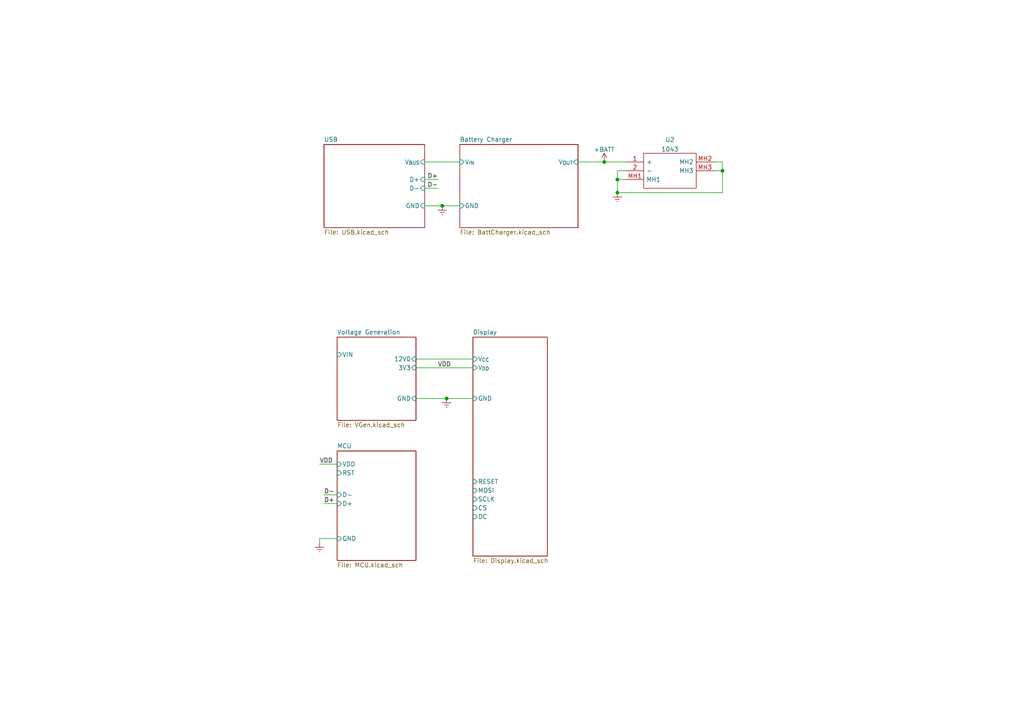
<source format=kicad_sch>
(kicad_sch (version 20211123) (generator eeschema)
  (paper "A4")
  (lib_symbols
    (symbol "SamacSys_Parts:1043" (pin_names (offset 0.762))
      (property "Reference" "U" (at 21.59 7.62 0))
      (property "Value" "1043" (at 21.59 5.08 0))
      (symbol "1043_0_0"
        (pin passive line (at 0 0 0) (length 5.08) (name "+") (number "1"))
        (pin passive line (at 0 -2.54 0) (length 5.08) (name "-") (number "2"))
        (pin passive line (at 0 -5.08 0) (length 5.08) (name "MH1") (number "MH1"))
        (pin passive line (at 25.4 0 180) (length 5.08) (name "MH2") (number "MH2"))
        (pin passive line (at 25.4 -2.54 180) (length 5.08) (name "MH3") (number "MH3"))
      )
      (symbol "1043_0_1"
        (polyline (pts (xy 5.08 2.54) (xy 20.32 2.54) (xy 20.32 -7.62) (xy 5.08 -7.62) (xy 5.08 2.54)) (stroke (width 0.1524)))
      )
    )
    (symbol "power:+BATT" (power) (pin_names (offset 0))
      (property "Value" "+BATT" (at 0 3.556 0))
      (symbol "+BATT_0_1"
        (polyline (pts (xy -0.762 1.27) (xy 0 2.54)))
        (polyline (pts (xy 0 0) (xy 0 2.54)))
        (polyline (pts (xy 0 2.54) (xy 0.762 1.27)))
      )
      (symbol "+BATT_1_1"
        (pin power_in line (at 0 0 90) (length 0) hide (name "+BATT") (number "1"))
      )
    )
    (symbol "power:Earth" (power) (pin_names (offset 0))
      (symbol "Earth_0_1"
        (polyline (pts (xy -0.635 -1.905) (xy 0.635 -1.905)))
        (polyline (pts (xy -0.127 -2.54) (xy 0.127 -2.54)))
        (polyline (pts (xy 0 -1.27) (xy 0 0)))
        (polyline (pts (xy 1.27 -1.27) (xy -1.27 -1.27)))
      )
      (symbol "Earth_1_1"
        (pin power_in line (at 0 0 270) (length 0) hide (name "Earth") (number "1"))
      )
    )
  )
  (junction (at 179.07 55.88))
  (junction (at 179.07 52.07))
  (junction (at 129.54 115.57))
  (junction (at 175.26 46.99))
  (junction (at 209.55 49.53))
  (junction (at 128.27 59.69))
  (wire (pts (xy 207.01 46.99) (xy 209.55 46.99)))
  (wire (pts (xy 123.19 52.07) (xy 127 52.07)))
  (wire (pts (xy 120.65 104.14) (xy 137.16 104.14)))
  (wire (pts (xy 181.61 52.07) (xy 179.07 52.07)))
  (wire (pts (xy 179.07 49.53) (xy 181.61 49.53)))
  (wire (pts (xy 167.64 46.99) (xy 175.26 46.99)))
  (wire (pts (xy 179.07 55.88) (xy 209.55 55.88)))
  (wire (pts (xy 207.01 49.53) (xy 209.55 49.53)))
  (wire (pts (xy 209.55 46.99) (xy 209.55 49.53)))
  (wire (pts (xy 209.55 49.53) (xy 209.55 55.88)))
  (wire (pts (xy 92.71 134.62) (xy 97.79 134.62)))
  (wire (pts (xy 129.54 115.57) (xy 137.16 115.57)))
  (wire (pts (xy 97.79 156.21) (xy 92.71 156.21)))
  (wire (pts (xy 93.98 143.51) (xy 97.79 143.51)))
  (wire (pts (xy 92.71 156.21) (xy 92.71 157.48)))
  (wire (pts (xy 97.79 146.05) (xy 93.98 146.05)))
  (wire (pts (xy 123.19 46.99) (xy 133.35 46.99)))
  (wire (pts (xy 128.27 59.69) (xy 133.35 59.69)))
  (wire (pts (xy 120.65 106.68) (xy 137.16 106.68)))
  (wire (pts (xy 179.07 55.88) (xy 179.07 52.07)))
  (wire (pts (xy 120.65 115.57) (xy 129.54 115.57)))
  (wire (pts (xy 123.19 59.69) (xy 128.27 59.69)))
  (wire (pts (xy 175.26 46.99) (xy 181.61 46.99)))
  (wire (pts (xy 179.07 52.07) (xy 179.07 49.53)))
  (wire (pts (xy 127 54.61) (xy 123.19 54.61)))
  (label "D+" (at 93.98 146.05 0))
  (label "D-" (at 93.98 143.51 0))
  (label "VDD" (at 92.71 134.62 0))
  (label "D+" (at 127 52.07 180))
  (label "D-" (at 127 54.61 180))
  (label "VDD" (at 127 106.68 0))
  (symbol (lib_id "power:+BATT") (at 175.26 46.99 0) (unit 1)
    (property "Reference" "#PWR0101" (effects hide))
    (property "Value" "+BATT" (at 175.26 43.3855 0))
  )
  (symbol (lib_id "power:Earth") (at 179.07 55.88 0) (unit 1)
    (property "Reference" "#PWR0105" (effects hide))
    (property "Value" "Earth" (effects hide))
  )
  (symbol (lib_id "power:Earth") (at 128.27 59.69 0) (unit 1)
    (property "Reference" "#PWR0102" (effects hide))
    (property "Value" "Earth" (effects hide))
  )
  (symbol (lib_id "power:Earth") (at 92.71 157.48 0) (unit 1)
    (property "Reference" "#PWR0103" (effects hide))
    (property "Value" "Earth" (effects hide))
  )
  (symbol (lib_id "SamacSys_Parts:1043") (at 181.61 46.99 0) (unit 1)
    (property "Reference" "U2" (at 194.31 40.5343 0))
    (property "Value" "1043" (at 194.31 43.3094 0))
    (property "Footprint" "1043" (effects hide))
    (property "Datasheet" "http://www.keyelco.com/product-pdf.cfm?p=919" (effects hide))
    (property "Description" "KEYSTONE - 1043 - BATTERY HOLDER, 18650, TH" (effects hide))
    (property "Height" "14.86" (effects hide))
    (property "Mouser Part Number" "534-1043" (effects hide))
    (property "Mouser Price/Stock" "https://www.mouser.co.uk/ProductDetail/Keystone-Electronics/1043?qs=%2F7TOpeL5Mz6j%2FnxeOA1rsg%3D%3D" (effects hide))
    (property "Manufacturer_Name" "Keystone Electronics" (effects hide))
    (property "Manufacturer_Part_Number" "1043" (effects hide))
  )
  (symbol (lib_id "power:Earth") (at 129.54 115.57 0) (unit 1)
    (property "Reference" "#PWR0104" (effects hide))
    (property "Value" "Earth" (effects hide))
  )
  (sheet (at 133.35 41.91) (size 34.29 24.13) (stroke (width 0.1524))
    (property "Sheet name" "Battery Charger" (at 133.35 41.1984 0) (effects (justify left bottom)))
    (property "Sheet file" "BattCharger.kicad_sch" (at 133.35 66.6246 0) (effects (justify left top)))
    (pin "V_{IN}" input (at 133.35 46.99 180))
    (pin "V_{OUT}" input (at 167.64 46.99 0))
    (pin "GND" input (at 133.35 59.69 180))
  )
  (sheet (at 137.16 97.79) (size 21.59 63.5) (stroke (width 0.1524))
    (property "Sheet name" "Display" (at 137.16 97.0784 0) (effects (justify left bottom)))
    (property "Sheet file" "Display.kicad_sch" (at 137.16 161.8746 0) (effects (justify left top)))
    (pin "V_{DD}" input (at 137.16 106.68 180))
    (pin "GND" input (at 137.16 115.57 180))
    (pin "DC" input (at 137.16 149.86 180))
    (pin "RESET" input (at 137.16 139.7 180))
    (pin "CS" input (at 137.16 147.32 180))
    (pin "SCLK" input (at 137.16 144.78 180))
    (pin "MOSI" input (at 137.16 142.24 180))
    (pin "V_{CC}" input (at 137.16 104.14 180))
  )
  (sheet (at 97.79 130.81) (size 22.86 31.75) (stroke (width 0.1524))
    (property "Sheet name" "MCU" (at 97.79 130.0984 0) (effects (justify left bottom)))
    (property "Sheet file" "MCU.kicad_sch" (at 97.79 163.1446 0) (effects (justify left top)))
    (pin "GND" input (at 97.79 156.21 180))
    (pin "D+" input (at 97.79 146.05 180))
    (pin "D-" input (at 97.79 143.51 180))
    (pin "VDD" input (at 97.79 134.62 180))
    (pin "RST" input (at 97.79 137.16 180))
  )
  (sheet (at 93.98 41.91) (size 29.21 24.13) (stroke (width 0.1524))
    (property "Sheet name" "USB" (at 93.98 41.1984 0) (effects (justify left bottom)))
    (property "Sheet file" "USB.kicad_sch" (at 93.98 66.6246 0) (effects (justify left top)))
    (pin "D+" input (at 123.19 52.07 0))
    (pin "D-" input (at 123.19 54.61 0))
    (pin "V_{BUS}" input (at 123.19 46.99 0))
    (pin "GND" input (at 123.19 59.69 0))
  )
  (sheet (at 97.79 97.79) (size 22.86 24.13) (stroke (width 0.1524))
    (property "Sheet name" "Voltage Generation" (at 97.79 97.0784 0) (effects (justify left bottom)))
    (property "Sheet file" "VGen.kicad_sch" (at 97.79 122.5046 0) (effects (justify left top)))
    (pin "3V3" input (at 120.65 106.68 0))
    (pin "12V0" input (at 120.65 104.14 0))
    (pin "GND" input (at 120.65 115.57 0))
    (pin "VIN" input (at 97.79 102.87 180))
  )
)
</source>
